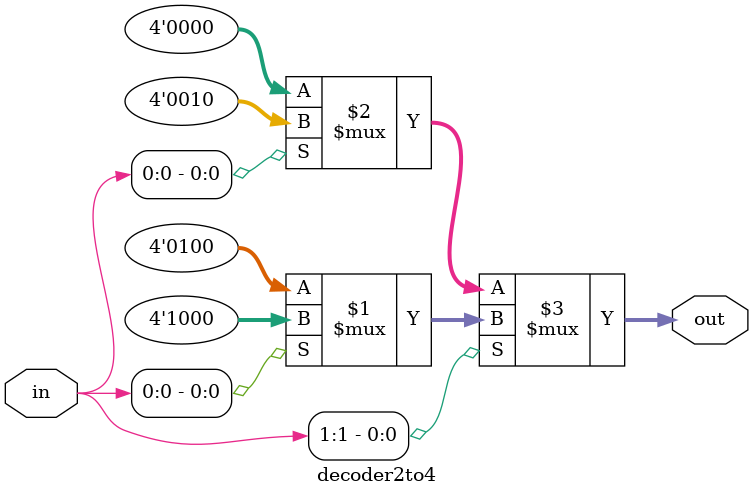
<source format=v>
`timescale 1ns / 1ps
module decoder2to4(
input wire [1:0] in,
output wire [3:0] out
    );
/* 		in[1] in[0]
			o			o
			0			1
			1			0
			1			1

*/	
assign out=in[1]?(in[0]?4'b1000:4'b0100):(in[0]?4'b0010:4'b0000);

endmodule

</source>
